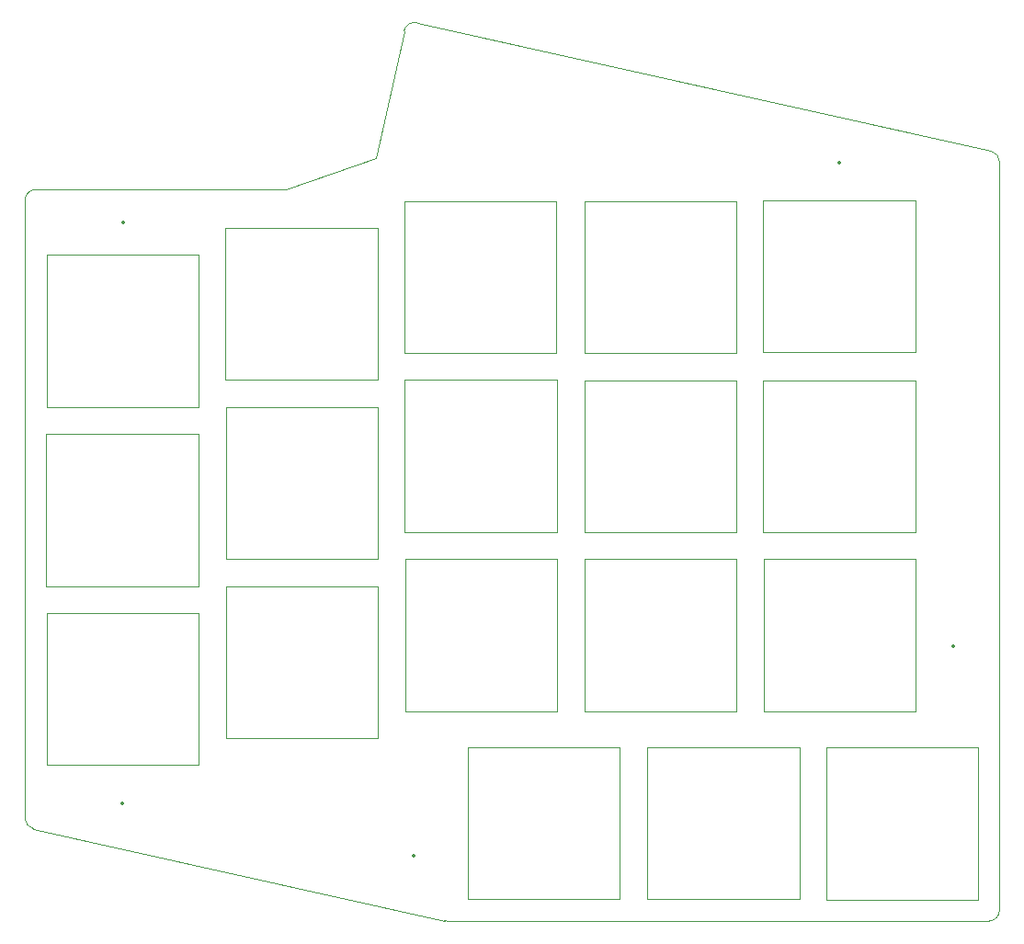
<source format=gbl>
%TF.GenerationSoftware,KiCad,Pcbnew,(6.0.6)*%
%TF.CreationDate,2022-11-27T23:56:46+09:00*%
%TF.ProjectId,split-mini__top,73706c69-742d-46d6-996e-695f5f746f70,rev?*%
%TF.SameCoordinates,Original*%
%TF.FileFunction,Copper,L2,Bot*%
%TF.FilePolarity,Positive*%
%FSLAX46Y46*%
G04 Gerber Fmt 4.6, Leading zero omitted, Abs format (unit mm)*
G04 Created by KiCad (PCBNEW (6.0.6)) date 2022-11-27 23:56:46*
%MOMM*%
%LPD*%
G01*
G04 APERTURE LIST*
%TA.AperFunction,Profile*%
%ADD10C,0.100000*%
%TD*%
%TA.AperFunction,Profile*%
%ADD11C,0.120000*%
%TD*%
%ADD12C,0.350000*%
G04 APERTURE END LIST*
D10*
X24700022Y-109424877D02*
G75*
G03*
X25481692Y-110400757I999978J-23D01*
G01*
X114475000Y-117900000D02*
X114475000Y-48967011D01*
X25481692Y-110400757D02*
X63367178Y-118875879D01*
X24700000Y-52525000D02*
X24700000Y-109424877D01*
X56994979Y-48628817D02*
X59614674Y-36918258D01*
X48700000Y-51525000D02*
X56994979Y-48628817D01*
X113475000Y-118900000D02*
G75*
G03*
X114475000Y-117900000I0J1000000D01*
G01*
X63367176Y-118875886D02*
G75*
G03*
X63585486Y-118900000I218224J975386D01*
G01*
X63585486Y-118900000D02*
X113475000Y-118900000D01*
X25700000Y-51525000D02*
X48700000Y-51525000D01*
X60808868Y-36160658D02*
G75*
G03*
X59614674Y-36918258I-218268J-975942D01*
G01*
X113693308Y-47991131D02*
X60808862Y-36160686D01*
X25700000Y-51525000D02*
G75*
G03*
X24700000Y-52525000I0J-1000000D01*
G01*
X114475009Y-48967011D02*
G75*
G03*
X113693308Y-47991131I-1000109J-89D01*
G01*
D11*
%TO.C,SW6*%
X40650000Y-74050000D02*
X26650000Y-74050000D01*
X26650000Y-88050000D02*
X40650000Y-88050000D01*
X26650000Y-74050000D02*
X26650000Y-88050000D01*
X40650000Y-88050000D02*
X40650000Y-74050000D01*
%TO.C,SW11*%
X40720000Y-104500000D02*
X40720000Y-90500000D01*
X26720000Y-90500000D02*
X26720000Y-104500000D01*
X40720000Y-90500000D02*
X26720000Y-90500000D01*
X26720000Y-104500000D02*
X40720000Y-104500000D01*
%TO.C,SW9*%
X76210000Y-83090000D02*
X90210000Y-83090000D01*
X90210000Y-83090000D02*
X90210000Y-69090000D01*
X90210000Y-69090000D02*
X76210000Y-69090000D01*
X76210000Y-69090000D02*
X76210000Y-83090000D01*
%TO.C,SW3*%
X73650000Y-66590000D02*
X73650000Y-52590000D01*
X73650000Y-52590000D02*
X59650000Y-52590000D01*
X59650000Y-66590000D02*
X73650000Y-66590000D01*
X59650000Y-52590000D02*
X59650000Y-66590000D01*
%TO.C,SW5*%
X92700000Y-66520000D02*
X106700000Y-66520000D01*
X106700000Y-52520000D02*
X92700000Y-52520000D01*
X92700000Y-52520000D02*
X92700000Y-66520000D01*
X106700000Y-66520000D02*
X106700000Y-52520000D01*
%TO.C,SW15*%
X106730000Y-99570000D02*
X106730000Y-85570000D01*
X92730000Y-99570000D02*
X106730000Y-99570000D01*
X106730000Y-85570000D02*
X92730000Y-85570000D01*
X92730000Y-85570000D02*
X92730000Y-99570000D01*
%TO.C,SW7*%
X57190000Y-71550000D02*
X43190000Y-71550000D01*
X43190000Y-71550000D02*
X43190000Y-85550000D01*
X43190000Y-85550000D02*
X57190000Y-85550000D01*
X57190000Y-85550000D02*
X57190000Y-71550000D01*
%TO.C,SW16*%
X79470000Y-116870000D02*
X79470000Y-102870000D01*
X65470000Y-116870000D02*
X79470000Y-116870000D01*
X65470000Y-102870000D02*
X65470000Y-116870000D01*
X79470000Y-102870000D02*
X65470000Y-102870000D01*
%TO.C,SW18*%
X112490000Y-116940000D02*
X112490000Y-102940000D01*
X98490000Y-102940000D02*
X98490000Y-116940000D01*
X112490000Y-102940000D02*
X98490000Y-102940000D01*
X98490000Y-116940000D02*
X112490000Y-116940000D01*
%TO.C,SW8*%
X59680000Y-69070000D02*
X59680000Y-83070000D01*
X73680000Y-69070000D02*
X59680000Y-69070000D01*
X59680000Y-83070000D02*
X73680000Y-83070000D01*
X73680000Y-83070000D02*
X73680000Y-69070000D01*
%TO.C,SW17*%
X82040000Y-116900000D02*
X96040000Y-116900000D01*
X96040000Y-102900000D02*
X82040000Y-102900000D01*
X96040000Y-116900000D02*
X96040000Y-102900000D01*
X82040000Y-102900000D02*
X82040000Y-116900000D01*
%TO.C,SW10*%
X106710000Y-69080000D02*
X92710000Y-69080000D01*
X92710000Y-83080000D02*
X106710000Y-83080000D01*
X92710000Y-69080000D02*
X92710000Y-83080000D01*
X106710000Y-83080000D02*
X106710000Y-69080000D01*
%TO.C,SW2*%
X43180000Y-69040000D02*
X57180000Y-69040000D01*
X57180000Y-69040000D02*
X57180000Y-55040000D01*
X57180000Y-55040000D02*
X43180000Y-55040000D01*
X43180000Y-55040000D02*
X43180000Y-69040000D01*
%TO.C,SW13*%
X59730000Y-99570000D02*
X73730000Y-99570000D01*
X73730000Y-85570000D02*
X59730000Y-85570000D01*
X59730000Y-85570000D02*
X59730000Y-99570000D01*
X73730000Y-99570000D02*
X73730000Y-85570000D01*
%TO.C,SW12*%
X43210000Y-102050000D02*
X57210000Y-102050000D01*
X43210000Y-88050000D02*
X43210000Y-102050000D01*
X57210000Y-102050000D02*
X57210000Y-88050000D01*
X57210000Y-88050000D02*
X43210000Y-88050000D01*
%TO.C,SW14*%
X76210000Y-99580000D02*
X90210000Y-99580000D01*
X90210000Y-99580000D02*
X90210000Y-85580000D01*
X90210000Y-85580000D02*
X76210000Y-85580000D01*
X76210000Y-85580000D02*
X76210000Y-99580000D01*
%TO.C,SW1*%
X40710000Y-71550000D02*
X40710000Y-57550000D01*
X40710000Y-57550000D02*
X26710000Y-57550000D01*
X26710000Y-71550000D02*
X40710000Y-71550000D01*
X26710000Y-57550000D02*
X26710000Y-71550000D01*
%TO.C,SW4*%
X90210000Y-66580000D02*
X90210000Y-52580000D01*
X76210000Y-52580000D02*
X76210000Y-66580000D01*
X90210000Y-52580000D02*
X76210000Y-52580000D01*
X76210000Y-66580000D02*
X90210000Y-66580000D01*
%TD*%
D12*
X99710000Y-49060000D03*
X60480000Y-112870000D03*
X33690000Y-108030000D03*
X110200000Y-93560000D03*
X33730000Y-54530000D03*
M02*

</source>
